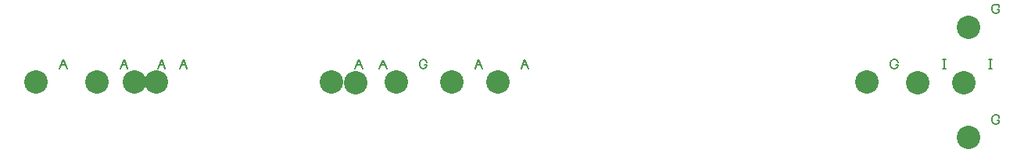
<source format=gbr>
G04 DesignSpark PCB Gerber Version 10.0 Build 5299*
G04 #@! TF.Part,Single*
G04 #@! TF.FileFunction,Drillmap*
G04 #@! TF.FilePolarity,Positive*
%FSLAX35Y35*%
%MOMM*%
%ADD93C,0.12700*%
G04 #@! TA.AperFunction,ViaPad*
%ADD92C,2.54000*%
G04 #@! TD.AperFunction*
X0Y0D02*
D02*
D92*
X1562050Y1369300D03*
X2221000D03*
X2627000Y1370000D03*
X2864000Y1369300D03*
X4762050Y1369000D03*
X5025000Y1365000D03*
X5462050Y1369300D03*
X6062000Y1369000D03*
X6562050Y1369300D03*
X10562000D03*
X11107000Y1368900D03*
X11607000D03*
X11662050Y769300D03*
Y1969300D03*
D02*
D93*
X1816050Y1520110D02*
X1855740Y1615360D01*
X1895430Y1520110D01*
X1831930Y1559800D02*
X1879550D01*
X2475000Y1520110D02*
X2514690Y1615360D01*
X2554380Y1520110D01*
X2490880Y1559800D02*
X2538500D01*
X2881000Y1520810D02*
X2920690Y1616060D01*
X2960380Y1520810D01*
X2896880Y1560500D02*
X2944500D01*
X3118000Y1520110D02*
X3157690Y1615360D01*
X3197380Y1520110D01*
X3133880Y1559800D02*
X3181500D01*
X5016050Y1519810D02*
X5055740Y1615060D01*
X5095430Y1519810D01*
X5031930Y1559500D02*
X5079550D01*
X5279000Y1515810D02*
X5318690Y1611060D01*
X5358380Y1515810D01*
X5294880Y1555500D02*
X5342500D01*
X5771610Y1559800D02*
X5795430D01*
Y1551860D01*
X5787490Y1535990D01*
X5779550Y1528050D01*
X5763680Y1520110D01*
X5747800D01*
X5731930Y1528050D01*
X5723990Y1535990D01*
X5716050Y1551860D01*
Y1583610D01*
X5723990Y1599490D01*
X5731930Y1607430D01*
X5747800Y1615360D01*
X5763680D01*
X5779550Y1607430D01*
X5787490Y1599490D01*
X5795430Y1583610D01*
X6316000Y1519810D02*
X6355690Y1615060D01*
X6395380Y1519810D01*
X6331880Y1559500D02*
X6379500D01*
X6816050Y1520110D02*
X6855740Y1615360D01*
X6895430Y1520110D01*
X6831930Y1559800D02*
X6879550D01*
X10871560D02*
X10895380D01*
Y1551860D01*
X10887440Y1535990D01*
X10879500Y1528050D01*
X10863630Y1520110D01*
X10847750D01*
X10831880Y1528050D01*
X10823940Y1535990D01*
X10816000Y1551860D01*
Y1583610D01*
X10823940Y1599490D01*
X10831880Y1607430D01*
X10847750Y1615360D01*
X10863630D01*
X10879500Y1607430D01*
X10887440Y1599490D01*
X10895380Y1583610D01*
X11384810Y1519710D02*
X11416560D01*
X11400690D02*
Y1614960D01*
X11384810D02*
X11416560D01*
X11884810Y1519710D02*
X11916560D01*
X11900690D02*
Y1614960D01*
X11884810D02*
X11916560D01*
X11971610Y959800D02*
X11995430D01*
Y951860D01*
X11987490Y935990D01*
X11979550Y928050D01*
X11963680Y920110D01*
X11947800D01*
X11931930Y928050D01*
X11923990Y935990D01*
X11916050Y951860D01*
Y983610D01*
X11923990Y999490D01*
X11931930Y1007430D01*
X11947800Y1015360D01*
X11963680D01*
X11979550Y1007430D01*
X11987490Y999490D01*
X11995430Y983610D01*
X11971610Y2159800D02*
X11995430D01*
Y2151860D01*
X11987490Y2135990D01*
X11979550Y2128050D01*
X11963680Y2120110D01*
X11947800D01*
X11931930Y2128050D01*
X11923990Y2135990D01*
X11916050Y2151860D01*
Y2183610D01*
X11923990Y2199490D01*
X11931930Y2207430D01*
X11947800Y2215360D01*
X11963680D01*
X11979550Y2207430D01*
X11987490Y2199490D01*
X11995430Y2183610D01*
X0Y0D02*
M02*

</source>
